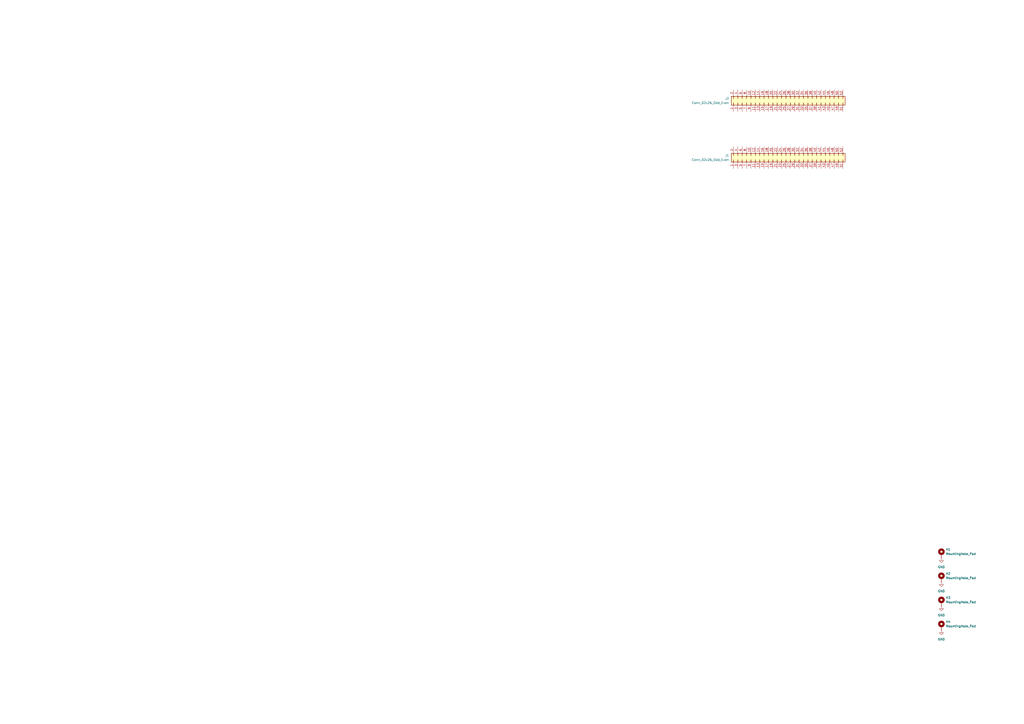
<source format=kicad_sch>
(kicad_sch (version 20231120) (generator "eeschema") (generator_version "8.0")
  (paper "A2")
  (lib_symbols
    (symbol "Connector_Generic:Conn_02x26_Odd_Even" (pin_names (offset 1.016) hide)
      (property "Reference" "J" (at 1.27 33.02 0))
      (property "Value" "Conn_02x26_Odd_Even" (at 1.27 -35.56 0))
      (symbol "Conn_02x26_Odd_Even_1_1"
        (rectangle (start -1.27 -32.893) (end 0 -33.147) (stroke (width 0.1524)))
        (rectangle (start -1.27 -30.353) (end 0 -30.607) (stroke (width 0.1524)))
        (rectangle (start -1.27 -27.813) (end 0 -28.067) (stroke (width 0.1524)))
        (rectangle (start -1.27 -25.273) (end 0 -25.527) (stroke (width 0.1524)))
        (rectangle (start -1.27 -22.733) (end 0 -22.987) (stroke (width 0.1524)))
        (rectangle (start -1.27 -20.193) (end 0 -20.447) (stroke (width 0.1524)))
        (rectangle (start -1.27 -17.653) (end 0 -17.907) (stroke (width 0.1524)))
        (rectangle (start -1.27 -15.113) (end 0 -15.367) (stroke (width 0.1524)))
        (rectangle (start -1.27 -12.573) (end 0 -12.827) (stroke (width 0.1524)))
        (rectangle (start -1.27 -10.033) (end 0 -10.287) (stroke (width 0.1524)))
        (rectangle (start -1.27 -7.493) (end 0 -7.747) (stroke (width 0.1524)))
        (rectangle (start -1.27 -4.953) (end 0 -5.207) (stroke (width 0.1524)))
        (rectangle (start -1.27 -2.413) (end 0 -2.667) (stroke (width 0.1524)))
        (rectangle (start -1.27 0.127) (end 0 -0.127) (stroke (width 0.1524)))
        (rectangle (start -1.27 2.667) (end 0 2.413) (stroke (width 0.1524)))
        (rectangle (start -1.27 5.207) (end 0 4.953) (stroke (width 0.1524)))
        (rectangle (start -1.27 7.747) (end 0 7.493) (stroke (width 0.1524)))
        (rectangle (start -1.27 10.287) (end 0 10.033) (stroke (width 0.1524)))
        (rectangle (start -1.27 12.827) (end 0 12.573) (stroke (width 0.1524)))
        (rectangle (start -1.27 15.367) (end 0 15.113) (stroke (width 0.1524)))
        (rectangle (start -1.27 17.907) (end 0 17.653) (stroke (width 0.1524)))
        (rectangle (start -1.27 20.447) (end 0 20.193) (stroke (width 0.1524)))
        (rectangle (start -1.27 22.987) (end 0 22.733) (stroke (width 0.1524)))
        (rectangle (start -1.27 25.527) (end 0 25.273) (stroke (width 0.1524)))
        (rectangle (start -1.27 28.067) (end 0 27.813) (stroke (width 0.1524)))
        (rectangle (start -1.27 30.607) (end 0 30.353) (stroke (width 0.1524)))
        (rectangle (start -1.27 31.75) (end 3.81 -34.29) (stroke (width 0.254)) (fill (type background)))
        (rectangle (start 3.81 -32.893) (end 2.54 -33.147) (stroke (width 0.1524)))
        (rectangle (start 3.81 -30.353) (end 2.54 -30.607) (stroke (width 0.1524)))
        (rectangle (start 3.81 -27.813) (end 2.54 -28.067) (stroke (width 0.1524)))
        (rectangle (start 3.81 -25.273) (end 2.54 -25.527) (stroke (width 0.1524)))
        (rectangle (start 3.81 -22.733) (end 2.54 -22.987) (stroke (width 0.1524)))
        (rectangle (start 3.81 -20.193) (end 2.54 -20.447) (stroke (width 0.1524)))
        (rectangle (start 3.81 -17.653) (end 2.54 -17.907) (stroke (width 0.1524)))
        (rectangle (start 3.81 -15.113) (end 2.54 -15.367) (stroke (width 0.1524)))
        (rectangle (start 3.81 -12.573) (end 2.54 -12.827) (stroke (width 0.1524)))
        (rectangle (start 3.81 -10.033) (end 2.54 -10.287) (stroke (width 0.1524)))
        (rectangle (start 3.81 -7.493) (end 2.54 -7.747) (stroke (width 0.1524)))
        (rectangle (start 3.81 -4.953) (end 2.54 -5.207) (stroke (width 0.1524)))
        (rectangle (start 3.81 -2.413) (end 2.54 -2.667) (stroke (width 0.1524)))
        (rectangle (start 3.81 0.127) (end 2.54 -0.127) (stroke (width 0.1524)))
        (rectangle (start 3.81 2.667) (end 2.54 2.413) (stroke (width 0.1524)))
        (rectangle (start 3.81 5.207) (end 2.54 4.953) (stroke (width 0.1524)))
        (rectangle (start 3.81 7.747) (end 2.54 7.493) (stroke (width 0.1524)))
        (rectangle (start 3.81 10.287) (end 2.54 10.033) (stroke (width 0.1524)))
        (rectangle (start 3.81 12.827) (end 2.54 12.573) (stroke (width 0.1524)))
        (rectangle (start 3.81 15.367) (end 2.54 15.113) (stroke (width 0.1524)))
        (rectangle (start 3.81 17.907) (end 2.54 17.653) (stroke (width 0.1524)))
        (rectangle (start 3.81 20.447) (end 2.54 20.193) (stroke (width 0.1524)))
        (rectangle (start 3.81 22.987) (end 2.54 22.733) (stroke (width 0.1524)))
        (rectangle (start 3.81 25.527) (end 2.54 25.273) (stroke (width 0.1524)))
        (rectangle (start 3.81 28.067) (end 2.54 27.813) (stroke (width 0.1524)))
        (rectangle (start 3.81 30.607) (end 2.54 30.353) (stroke (width 0.1524)))
        (pin passive line (at -5.08 30.48 0) (length 3.81) (name "Pin_1") (number "1"))
        (pin passive line (at 7.62 20.32 180) (length 3.81) (name "Pin_10") (number "10"))
        (pin passive line (at -5.08 17.78 0) (length 3.81) (name "Pin_11") (number "11"))
        (pin passive line (at 7.62 17.78 180) (length 3.81) (name "Pin_12") (number "12"))
        (pin passive line (at -5.08 15.24 0) (length 3.81) (name "Pin_13") (number "13"))
        (pin passive line (at 7.62 15.24 180) (length 3.81) (name "Pin_14") (number "14"))
        (pin passive line (at -5.08 12.7 0) (length 3.81) (name "Pin_15") (number "15"))
        (pin passive line (at 7.62 12.7 180) (length 3.81) (name "Pin_16") (number "16"))
        (pin passive line (at -5.08 10.16 0) (length 3.81) (name "Pin_17") (number "17"))
        (pin passive line (at 7.62 10.16 180) (length 3.81) (name "Pin_18") (number "18"))
        (pin passive line (at -5.08 7.62 0) (length 3.81) (name "Pin_19") (number "19"))
        (pin passive line (at 7.62 30.48 180) (length 3.81) (name "Pin_2") (number "2"))
        (pin passive line (at 7.62 7.62 180) (length 3.81) (name "Pin_20") (number "20"))
        (pin passive line (at -5.08 5.08 0) (length 3.81) (name "Pin_21") (number "21"))
        (pin passive line (at 7.62 5.08 180) (length 3.81) (name "Pin_22") (number "22"))
        (pin passive line (at -5.08 2.54 0) (length 3.81) (name "Pin_23") (number "23"))
        (pin passive line (at 7.62 2.54 180) (length 3.81) (name "Pin_24") (number "24"))
        (pin passive line (at -5.08 0 0) (length 3.81) (name "Pin_25") (number "25"))
        (pin passive line (at 7.62 0 180) (length 3.81) (name "Pin_26") (number "26"))
        (pin passive line (at -5.08 -2.54 0) (length 3.81) (name "Pin_27") (number "27"))
        (pin passive line (at 7.62 -2.54 180) (length 3.81) (name "Pin_28") (number "28"))
        (pin passive line (at -5.08 -5.08 0) (length 3.81) (name "Pin_29") (number "29"))
        (pin passive line (at -5.08 27.94 0) (length 3.81) (name "Pin_3") (number "3"))
        (pin passive line (at 7.62 -5.08 180) (length 3.81) (name "Pin_30") (number "30"))
        (pin passive line (at -5.08 -7.62 0) (length 3.81) (name "Pin_31") (number "31"))
        (pin passive line (at 7.62 -7.62 180) (length 3.81) (name "Pin_32") (number "32"))
        (pin passive line (at -5.08 -10.16 0) (length 3.81) (name "Pin_33") (number "33"))
        (pin passive line (at 7.62 -10.16 180) (length 3.81) (name "Pin_34") (number "34"))
        (pin passive line (at -5.08 -12.7 0) (length 3.81) (name "Pin_35") (number "35"))
        (pin passive line (at 7.62 -12.7 180) (length 3.81) (name "Pin_36") (number "36"))
        (pin passive line (at -5.08 -15.24 0) (length 3.81) (name "Pin_37") (number "37"))
        (pin passive line (at 7.62 -15.24 180) (length 3.81) (name "Pin_38") (number "38"))
        (pin passive line (at -5.08 -17.78 0) (length 3.81) (name "Pin_39") (number "39"))
        (pin passive line (at 7.62 27.94 180) (length 3.81) (name "Pin_4") (number "4"))
        (pin passive line (at 7.62 -17.78 180) (length 3.81) (name "Pin_40") (number "40"))
        (pin passive line (at -5.08 -20.32 0) (length 3.81) (name "Pin_41") (number "41"))
        (pin passive line (at 7.62 -20.32 180) (length 3.81) (name "Pin_42") (number "42"))
        (pin passive line (at -5.08 -22.86 0) (length 3.81) (name "Pin_43") (number "43"))
        (pin passive line (at 7.62 -22.86 180) (length 3.81) (name "Pin_44") (number "44"))
        (pin passive line (at -5.08 -25.4 0) (length 3.81) (name "Pin_45") (number "45"))
        (pin passive line (at 7.62 -25.4 180) (length 3.81) (name "Pin_46") (number "46"))
        (pin passive line (at -5.08 -27.94 0) (length 3.81) (name "Pin_47") (number "47"))
        (pin passive line (at 7.62 -27.94 180) (length 3.81) (name "Pin_48") (number "48"))
        (pin passive line (at -5.08 -30.48 0) (length 3.81) (name "Pin_49") (number "49"))
        (pin passive line (at -5.08 25.4 0) (length 3.81) (name "Pin_5") (number "5"))
        (pin passive line (at 7.62 -30.48 180) (length 3.81) (name "Pin_50") (number "50"))
        (pin passive line (at -5.08 -33.02 0) (length 3.81) (name "Pin_51") (number "51"))
        (pin passive line (at 7.62 -33.02 180) (length 3.81) (name "Pin_52") (number "52"))
        (pin passive line (at 7.62 25.4 180) (length 3.81) (name "Pin_6") (number "6"))
        (pin passive line (at -5.08 22.86 0) (length 3.81) (name "Pin_7") (number "7"))
        (pin passive line (at 7.62 22.86 180) (length 3.81) (name "Pin_8") (number "8"))
        (pin passive line (at -5.08 20.32 0) (length 3.81) (name "Pin_9") (number "9"))
      )
    )
    (symbol "Mechanical:MountingHole_Pad" (pin_numbers hide) (pin_names (offset 1.016) hide)
      (property "Reference" "H" (at 0 6.35 0))
      (property "Value" "MountingHole_Pad" (at 0 4.445 0))
      (symbol "MountingHole_Pad_0_1"
        (circle (center 0 1.27) (radius 1.27) (stroke (width 1.27)))
      )
      (symbol "MountingHole_Pad_1_1"
        (pin input line (at 0 -2.54 90) (length 2.54) (name "1") (number "1"))
      )
    )
    (symbol "power:GND" (power) (pin_numbers hide) (pin_names (offset 0) hide)
      (property "Value" "GND" (at 0 -3.81 0))
      (symbol "GND_0_1"
        (polyline (pts (xy 0 0) (xy 0 -1.27) (xy 1.27 -1.27) (xy 0 -2.54) (xy -1.27 -1.27) (xy 0 -1.27)))
      )
      (symbol "GND_1_1"
        (pin power_in line (at 0 0 270) (length 0) (name "~") (number "1"))
      )
    )
  )
  (symbol (lib_id "power:GND") (at 546.1 323.85 0) (unit 1)
    (property "Reference" "#PWR011" (effects (hide yes)))
    (property "Value" "GND" (at 546.1 328.93 0))
    (property "Description" "Power symbol creates a global label with name \"GND\" , ground" (effects (hide yes)))
  )
  (symbol (lib_id "Mechanical:MountingHole_Pad") (at 546.1 321.31 0) (unit 1)
    (property "Reference" "H1" (at 548.64 318.7699 0) (effects (justify left)))
    (property "Value" "MountingHole_Pad" (at 548.64 321.3099 0) (effects (justify left)))
    (property "Footprint" "MountingHole:MountingHole_3.2mm_M3_Pad_Via" (effects (hide yes)))
    (property "Description" "Mounting Hole with connection" (effects (hide yes)))
  )
  (symbol (lib_id "power:GND") (at 546.1 365.76 0) (unit 1)
    (property "Reference" "#PWR010" (effects (hide yes)))
    (property "Value" "GND" (at 546.1 370.84 0))
    (property "Description" "Power symbol creates a global label with name \"GND\" , ground" (effects (hide yes)))
  )
  (symbol (lib_id "Connector_Generic:Conn_02x26_Odd_Even") (at 455.93 92.71 90) (unit 1)
    (property "Reference" "J1" (at 422.91 90.1699 90) (effects (justify left)))
    (property "Value" "Conn_02x26_Odd_Even" (at 422.91 92.7099 90) (effects (justify left)))
    (property "Footprint" "Connector_PinSocket_2.54mm:PinSocket_2x26_P2.54mm_Vertical" (effects (hide yes)))
    (property "Description" "Generic connector, double row, 02x26, odd/even pin numbering scheme (row 1 odd numbers, row 2 even numbers), script generated (kicad-library-utils/schlib/autogen/connector/)" (effects (hide yes)))
  )
  (symbol (lib_id "Mechanical:MountingHole_Pad") (at 546.1 363.22 0) (unit 1)
    (property "Reference" "H4" (at 548.64 360.6799 0) (effects (justify left)))
    (property "Value" "MountingHole_Pad" (at 548.64 363.2199 0) (effects (justify left)))
    (property "Footprint" "MountingHole:MountingHole_3.2mm_M3_Pad_Via" (effects (hide yes)))
    (property "Description" "Mounting Hole with connection" (effects (hide yes)))
  )
  (symbol (lib_id "power:GND") (at 546.1 337.82 0) (unit 1)
    (property "Reference" "#PWR08" (effects (hide yes)))
    (property "Value" "GND" (at 546.1 342.9 0))
    (property "Description" "Power symbol creates a global label with name \"GND\" , ground" (effects (hide yes)))
  )
  (symbol (lib_id "power:GND") (at 546.1 351.79 0) (unit 1)
    (property "Reference" "#PWR09" (effects (hide yes)))
    (property "Value" "GND" (at 546.1 356.87 0))
    (property "Description" "Power symbol creates a global label with name \"GND\" , ground" (effects (hide yes)))
  )
  (symbol (lib_id "Mechanical:MountingHole_Pad") (at 546.1 335.28 0) (unit 1)
    (property "Reference" "H2" (at 548.64 332.7399 0) (effects (justify left)))
    (property "Value" "MountingHole_Pad" (at 548.64 335.2799 0) (effects (justify left)))
    (property "Footprint" "MountingHole:MountingHole_3.2mm_M3_Pad_Via" (effects (hide yes)))
    (property "Description" "Mounting Hole with connection" (effects (hide yes)))
  )
  (symbol (lib_id "Connector_Generic:Conn_02x26_Odd_Even") (at 455.93 59.69 90) (unit 1)
    (property "Reference" "J2" (at 422.91 57.1499 90) (effects (justify left)))
    (property "Value" "Conn_02x26_Odd_Even" (at 422.91 59.6899 90) (effects (justify left)))
    (property "Footprint" "Connector_PinSocket_2.54mm:PinSocket_2x26_P2.54mm_Vertical" (effects (hide yes)))
    (property "Description" "Generic connector, double row, 02x26, odd/even pin numbering scheme (row 1 odd numbers, row 2 even numbers), script generated (kicad-library-utils/schlib/autogen/connector/)" (effects (hide yes)))
  )
  (symbol (lib_id "Mechanical:MountingHole_Pad") (at 546.1 349.25 0) (unit 1)
    (property "Reference" "H3" (at 548.64 346.7099 0) (effects (justify left)))
    (property "Value" "MountingHole_Pad" (at 548.64 349.2499 0) (effects (justify left)))
    (property "Footprint" "MountingHole:MountingHole_3.2mm_M3_Pad_Via" (effects (hide yes)))
    (property "Description" "Mounting Hole with connection" (effects (hide yes)))
  )
)
</source>
